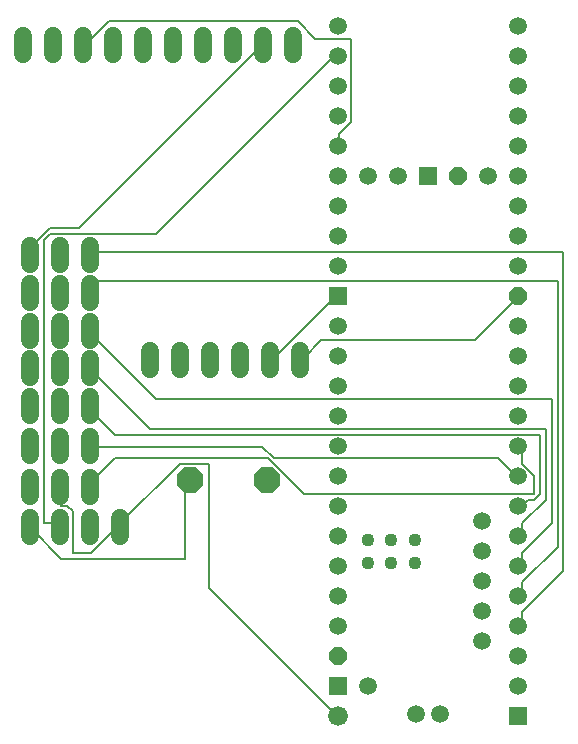
<source format=gbr>
G04 EAGLE Gerber RS-274X export*
G75*
%MOMM*%
%FSLAX34Y34*%
%LPD*%
%INBottom Copper*%
%IPPOS*%
%AMOC8*
5,1,8,0,0,1.08239X$1,22.5*%
G01*
G04 Define Apertures*
%ADD10R,1.508000X1.508000*%
%ADD11C,1.676400*%
%ADD12P,1.632244X8X202.500000*%
%ADD13C,1.508000*%
%ADD14C,1.108000*%
%ADD15P,2.336880X8X22.500000*%
%ADD16C,1.524000*%
%ADD17C,0.152400*%
D10*
X451367Y66517D03*
X375167Y523717D03*
X298967Y91917D03*
D11*
X298967Y66517D03*
D12*
X298967Y117317D03*
X400567Y523717D03*
D13*
X425967Y523717D03*
X349767Y523717D03*
X324367Y523717D03*
X298967Y396717D03*
X451367Y396717D03*
X451367Y91917D03*
X451367Y117317D03*
X451367Y142717D03*
X451367Y168117D03*
X451367Y193517D03*
X451367Y218917D03*
X451367Y244317D03*
X451367Y269717D03*
X451367Y295117D03*
X451367Y320517D03*
X451367Y345917D03*
X451367Y371317D03*
X324367Y91917D03*
X298967Y371317D03*
X298967Y345917D03*
X298967Y320517D03*
X298967Y295117D03*
X298967Y269717D03*
X298967Y244317D03*
X298967Y218917D03*
X298967Y193517D03*
X298967Y168117D03*
X298967Y142717D03*
D12*
X451367Y422117D03*
D13*
X451367Y472917D03*
X451367Y498317D03*
X451367Y523717D03*
X451367Y549117D03*
X451367Y574517D03*
X451367Y599917D03*
X451367Y625317D03*
X451367Y650717D03*
X298967Y447517D03*
X298967Y472917D03*
X298967Y498317D03*
X298967Y523717D03*
X298967Y549117D03*
X298967Y574517D03*
X298967Y599917D03*
X298967Y625317D03*
X298967Y650717D03*
X421367Y130017D03*
X421367Y155417D03*
X421367Y180817D03*
X421367Y206217D03*
X421367Y231617D03*
X451367Y447517D03*
D10*
X298967Y422117D03*
D13*
X365167Y68817D03*
X385167Y68817D03*
D14*
X324367Y196217D03*
X344367Y196217D03*
X364367Y196217D03*
X324367Y216217D03*
X344367Y216217D03*
X364367Y216217D03*
D15*
X174117Y266700D03*
X239141Y266700D03*
D16*
X38100Y449580D02*
X38100Y464820D01*
X63500Y464820D02*
X63500Y449580D01*
X88900Y449580D02*
X88900Y464820D01*
X38100Y432816D02*
X38100Y417576D01*
X63500Y417576D02*
X63500Y432816D01*
X88900Y432816D02*
X88900Y417576D01*
X38100Y400812D02*
X38100Y385572D01*
X63500Y385572D02*
X63500Y400812D01*
X88900Y400812D02*
X88900Y385572D01*
X38100Y368808D02*
X38100Y353568D01*
X63500Y353568D02*
X63500Y368808D01*
X88900Y368808D02*
X88900Y353568D01*
X38100Y336804D02*
X38100Y321564D01*
X63500Y321564D02*
X63500Y336804D01*
X88900Y336804D02*
X88900Y321564D01*
X38100Y302768D02*
X38100Y287528D01*
X63500Y287528D02*
X63500Y302768D01*
X88900Y302768D02*
X88900Y287528D01*
X38100Y268732D02*
X38100Y253492D01*
X63500Y253492D02*
X63500Y268732D01*
X88900Y268732D02*
X88900Y253492D01*
X260858Y627380D02*
X260858Y642620D01*
X235458Y642620D02*
X235458Y627380D01*
X210058Y627380D02*
X210058Y642620D01*
X184658Y642620D02*
X184658Y627380D01*
X159258Y627380D02*
X159258Y642620D01*
X133858Y642620D02*
X133858Y627380D01*
X108458Y627380D02*
X108458Y642620D01*
X83058Y642620D02*
X83058Y627380D01*
X57658Y627380D02*
X57658Y642620D01*
X32258Y642620D02*
X32258Y627380D01*
X266700Y375920D02*
X266700Y360680D01*
X241300Y360680D02*
X241300Y375920D01*
X215900Y375920D02*
X215900Y360680D01*
X190500Y360680D02*
X190500Y375920D01*
X165100Y375920D02*
X165100Y360680D01*
X139700Y360680D02*
X139700Y375920D01*
X114300Y234696D02*
X114300Y219456D01*
X88900Y219456D02*
X88900Y234696D01*
X63500Y234696D02*
X63500Y219456D01*
X38100Y219456D02*
X38100Y234696D01*
D17*
X190000Y175000D02*
X295000Y70000D01*
X190000Y175000D02*
X190000Y280000D01*
X165000Y280000D01*
X115000Y230000D01*
X295000Y70000D02*
X298967Y66517D01*
X114300Y227076D02*
X115000Y230000D01*
X65000Y245000D02*
X65000Y260000D01*
X65000Y245000D02*
X70000Y245000D01*
X75000Y240000D01*
X75000Y205000D01*
X90000Y205000D01*
X110000Y225000D01*
X65000Y260000D02*
X63500Y261112D01*
X110000Y225000D02*
X114300Y227076D01*
X245000Y370000D02*
X295000Y420000D01*
X298967Y422117D01*
X245000Y370000D02*
X241300Y368300D01*
X170000Y265000D02*
X170000Y200000D01*
X65000Y200000D01*
X40000Y225000D01*
X170000Y265000D02*
X174117Y266700D01*
X40000Y225000D02*
X38100Y227076D01*
X80000Y480000D02*
X235000Y635000D01*
X80000Y480000D02*
X55000Y480000D01*
X35000Y460000D01*
X235000Y635000D02*
X235458Y635000D01*
X38100Y457200D02*
X35000Y460000D01*
X415000Y385000D02*
X450000Y420000D01*
X415000Y385000D02*
X285000Y385000D01*
X270000Y370000D01*
X450000Y420000D02*
X451367Y422117D01*
X270000Y370000D02*
X266700Y368300D01*
X300000Y550000D02*
X300000Y560000D01*
X310000Y570000D01*
X310000Y640000D01*
X280000Y640000D01*
X265000Y655000D01*
X105000Y655000D01*
X85000Y635000D01*
X298967Y549117D02*
X300000Y550000D01*
X85000Y635000D02*
X83058Y635000D01*
X145000Y475000D02*
X295000Y625000D01*
X145000Y475000D02*
X55000Y475000D01*
X50000Y470000D01*
X50000Y230000D01*
X60000Y230000D01*
X295000Y625000D02*
X298967Y625317D01*
X60000Y230000D02*
X63500Y227076D01*
X455000Y155000D02*
X455000Y145000D01*
X455000Y155000D02*
X490000Y190000D01*
X490000Y460000D01*
X90000Y460000D01*
X451367Y142717D02*
X455000Y145000D01*
X88900Y457200D02*
X90000Y460000D01*
X455000Y180000D02*
X455000Y170000D01*
X455000Y180000D02*
X485000Y210000D01*
X485000Y435000D01*
X95000Y435000D01*
X90000Y430000D01*
X451367Y168117D02*
X455000Y170000D01*
X88900Y425196D02*
X90000Y430000D01*
X455000Y205000D02*
X455000Y195000D01*
X455000Y205000D02*
X480000Y230000D01*
X480000Y335000D01*
X145000Y335000D01*
X90000Y390000D01*
X451367Y193517D02*
X455000Y195000D01*
X90000Y390000D02*
X88900Y393192D01*
X455000Y230000D02*
X455000Y220000D01*
X455000Y230000D02*
X475000Y250000D01*
X475000Y310000D01*
X140000Y310000D01*
X90000Y360000D01*
X451367Y218917D02*
X455000Y220000D01*
X90000Y360000D02*
X88900Y361188D01*
X455000Y245000D02*
X460000Y250000D01*
X465000Y250000D01*
X470000Y255000D01*
X470000Y305000D01*
X110000Y305000D01*
X90000Y325000D01*
X451367Y244317D02*
X455000Y245000D01*
X90000Y325000D02*
X88900Y329184D01*
X455000Y295000D02*
X455000Y280000D01*
X465000Y270000D01*
X465000Y255000D01*
X270000Y255000D01*
X240000Y285000D01*
X110000Y285000D01*
X90000Y265000D01*
X451367Y295117D02*
X455000Y295000D01*
X90000Y265000D02*
X88900Y261112D01*
X435000Y285000D02*
X450000Y270000D01*
X435000Y285000D02*
X245000Y285000D01*
X235000Y295000D01*
X90000Y295000D01*
X450000Y270000D02*
X451367Y269717D01*
X90000Y295000D02*
X88900Y295148D01*
M02*

</source>
